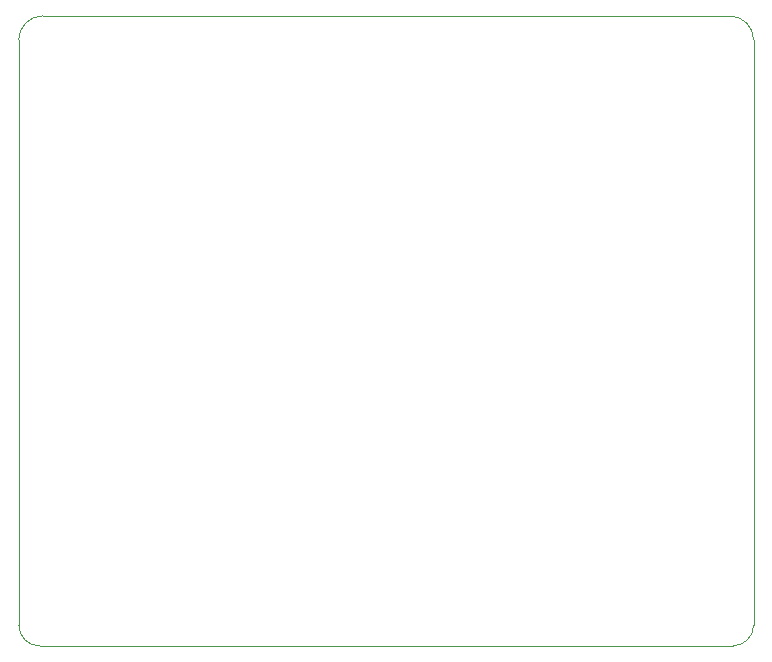
<source format=gm1>
%TF.GenerationSoftware,KiCad,Pcbnew,(5.1.12)-1*%
%TF.CreationDate,2021-12-29T15:11:16-05:00*%
%TF.ProjectId,4keymacropad,346b6579-6d61-4637-926f-7061642e6b69,rev?*%
%TF.SameCoordinates,Original*%
%TF.FileFunction,Profile,NP*%
%FSLAX46Y46*%
G04 Gerber Fmt 4.6, Leading zero omitted, Abs format (unit mm)*
G04 Created by KiCad (PCBNEW (5.1.12)-1) date 2021-12-29 15:11:16*
%MOMM*%
%LPD*%
G01*
G04 APERTURE LIST*
%TA.AperFunction,Profile*%
%ADD10C,0.050000*%
%TD*%
G04 APERTURE END LIST*
D10*
X165608000Y-115570000D02*
G75*
G02*
X163830000Y-117348000I-1778000J0D01*
G01*
X163576000Y-117348000D02*
X163830000Y-117348000D01*
X105156000Y-117348000D02*
G75*
G02*
X103378000Y-115570000I0J1778000D01*
G01*
X103378000Y-66040000D02*
G75*
G02*
X105410000Y-64008000I2032000J0D01*
G01*
X105156000Y-117348000D02*
X163576000Y-117348000D01*
X103378000Y-66040000D02*
X103378000Y-115570000D01*
X163576000Y-64008000D02*
X105410000Y-64008000D01*
X163576000Y-64008000D02*
G75*
G02*
X165608000Y-66040000I0J-2032000D01*
G01*
X165608000Y-115570000D02*
X165608000Y-66040000D01*
M02*

</source>
